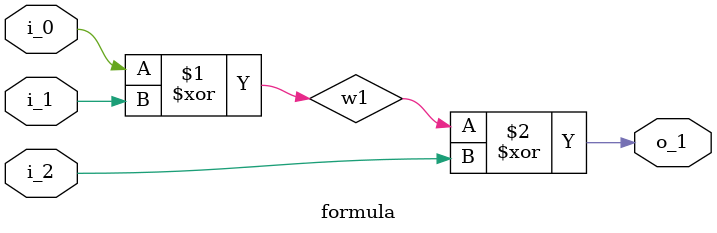
<source format=v>
module formula(i_0,i_1,i_2,o_1);
	input i_0 ,i_1 ,i_2;
	wire w1;
	output o_1;
	assign w1 = (i_0 ^ i_1);
	assign o_1 = (w1 ^ i_2);
endmodule

</source>
